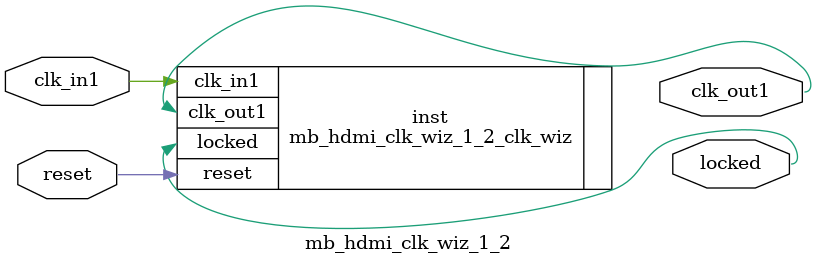
<source format=v>


`timescale 1ps/1ps

(* CORE_GENERATION_INFO = "mb_hdmi_clk_wiz_1_2,clk_wiz_v6_0_12_0_0,{component_name=mb_hdmi_clk_wiz_1_2,use_phase_alignment=true,use_min_o_jitter=false,use_max_i_jitter=false,use_dyn_phase_shift=false,use_inclk_switchover=false,use_dyn_reconfig=false,enable_axi=0,feedback_source=FDBK_AUTO,PRIMITIVE=MMCM,num_out_clk=1,clkin1_period=10.000,clkin2_period=10.000,use_power_down=false,use_reset=true,use_locked=true,use_inclk_stopped=false,feedback_type=SINGLE,CLOCK_MGR_TYPE=NA,manual_override=false}" *)

module mb_hdmi_clk_wiz_1_2 
 (
  // Clock out ports
  output        clk_out1,
  // Status and control signals
  input         reset,
  output        locked,
 // Clock in ports
  input         clk_in1
 );

  mb_hdmi_clk_wiz_1_2_clk_wiz inst
  (
  // Clock out ports  
  .clk_out1(clk_out1),
  // Status and control signals               
  .reset(reset), 
  .locked(locked),
 // Clock in ports
  .clk_in1(clk_in1)
  );

endmodule

</source>
